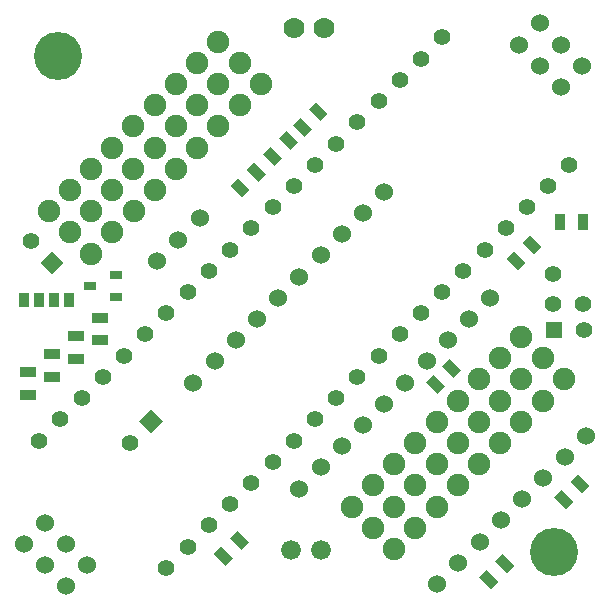
<source format=gts>
G04 (created by PCBNEW (2013-dec-23)-stable) date Thu 03 Jul 2014 07:48:38 AM MDT*
%MOIN*%
G04 Gerber Fmt 3.4, Leading zero omitted, Abs format*
%FSLAX34Y34*%
G01*
G70*
G90*
G04 APERTURE LIST*
%ADD10C,0.00590551*%
%ADD11C,0.055*%
%ADD12C,0.066*%
%ADD13C,0.07*%
%ADD14C,0.06*%
%ADD15R,0.035X0.055*%
%ADD16R,0.055X0.035*%
%ADD17C,0.16*%
%ADD18R,0.0394X0.0315*%
%ADD19R,0.035X0.045*%
%ADD20C,0.075*%
%ADD21R,0.055X0.055*%
G04 APERTURE END LIST*
G54D10*
G54D11*
X32866Y-15738D03*
X31866Y-15738D03*
X31866Y-14738D03*
G54D12*
X24116Y-23918D03*
X23116Y-23918D03*
G54D11*
X28163Y-6850D03*
X27456Y-7557D03*
X26748Y-8264D03*
X26041Y-8971D03*
X25334Y-9678D03*
X24627Y-10385D03*
X23920Y-11092D03*
X23213Y-11799D03*
X22506Y-12506D03*
X21799Y-13214D03*
X21092Y-13921D03*
X20384Y-14628D03*
X19677Y-15335D03*
X18970Y-16042D03*
X18263Y-16749D03*
X17556Y-17456D03*
X16849Y-18163D03*
X16142Y-18870D03*
X15435Y-19578D03*
X14728Y-20285D03*
X18970Y-24527D03*
X19677Y-23820D03*
X20384Y-23113D03*
X21092Y-22406D03*
X21799Y-21699D03*
X22506Y-20992D03*
X23213Y-20285D03*
X23920Y-19578D03*
X24627Y-18870D03*
X25334Y-18163D03*
X26041Y-17456D03*
X26748Y-16749D03*
X27456Y-16042D03*
X28163Y-15335D03*
X28870Y-14628D03*
X29577Y-13921D03*
X30284Y-13214D03*
X30991Y-12506D03*
X31698Y-11799D03*
X32405Y-11092D03*
G54D13*
X24216Y-6538D03*
X23216Y-6538D03*
G54D14*
X18659Y-14296D03*
X19366Y-13588D03*
X20074Y-12881D03*
G54D10*
G36*
X28022Y-18722D02*
X27633Y-18333D01*
X27881Y-18085D01*
X28269Y-18474D01*
X28022Y-18722D01*
X28022Y-18722D01*
G37*
G36*
X28552Y-18192D02*
X28163Y-17803D01*
X28411Y-17555D01*
X28800Y-17944D01*
X28552Y-18192D01*
X28552Y-18192D01*
G37*
G36*
X21331Y-23285D02*
X21720Y-23674D01*
X21472Y-23922D01*
X21083Y-23533D01*
X21331Y-23285D01*
X21331Y-23285D01*
G37*
G36*
X20801Y-23815D02*
X21189Y-24204D01*
X20942Y-24452D01*
X20553Y-24063D01*
X20801Y-23815D01*
X20801Y-23815D01*
G37*
G54D14*
X27998Y-25067D03*
X28705Y-24360D03*
X29412Y-23653D03*
X30119Y-22946D03*
X30826Y-22238D03*
X31534Y-21531D03*
X32241Y-20824D03*
X32948Y-20117D03*
G54D15*
X32091Y-12988D03*
X32841Y-12988D03*
G54D10*
G36*
X30702Y-14612D02*
X30313Y-14223D01*
X30561Y-13975D01*
X30949Y-14364D01*
X30702Y-14612D01*
X30702Y-14612D01*
G37*
G36*
X31232Y-14082D02*
X30843Y-13693D01*
X31091Y-13445D01*
X31480Y-13834D01*
X31232Y-14082D01*
X31232Y-14082D01*
G37*
G36*
X32681Y-21405D02*
X33070Y-21794D01*
X32822Y-22042D01*
X32433Y-21653D01*
X32681Y-21405D01*
X32681Y-21405D01*
G37*
G36*
X32151Y-21935D02*
X32539Y-22324D01*
X32292Y-22572D01*
X31903Y-22183D01*
X32151Y-21935D01*
X32151Y-21935D01*
G37*
G36*
X29792Y-25232D02*
X29403Y-24843D01*
X29651Y-24595D01*
X30039Y-24984D01*
X29792Y-25232D01*
X29792Y-25232D01*
G37*
G36*
X30322Y-24702D02*
X29933Y-24313D01*
X30181Y-24065D01*
X30570Y-24454D01*
X30322Y-24702D01*
X30322Y-24702D01*
G37*
G36*
X23954Y-8996D02*
X24343Y-9385D01*
X24095Y-9633D01*
X23706Y-9244D01*
X23954Y-8996D01*
X23954Y-8996D01*
G37*
G36*
X23424Y-9526D02*
X23813Y-9915D01*
X23565Y-10163D01*
X23176Y-9774D01*
X23424Y-9526D01*
X23424Y-9526D01*
G37*
G36*
X22585Y-11123D02*
X22196Y-10734D01*
X22444Y-10486D01*
X22833Y-10875D01*
X22585Y-11123D01*
X22585Y-11123D01*
G37*
G36*
X23115Y-10593D02*
X22726Y-10204D01*
X22974Y-9956D01*
X23363Y-10345D01*
X23115Y-10593D01*
X23115Y-10593D01*
G37*
G36*
X21894Y-11016D02*
X22283Y-11405D01*
X22035Y-11653D01*
X21646Y-11264D01*
X21894Y-11016D01*
X21894Y-11016D01*
G37*
G36*
X21364Y-11546D02*
X21753Y-11935D01*
X21505Y-12183D01*
X21116Y-11794D01*
X21364Y-11546D01*
X21364Y-11546D01*
G37*
G54D16*
X16760Y-16935D03*
X16760Y-16185D03*
X14366Y-18763D03*
X14366Y-18013D03*
X15166Y-18163D03*
X15166Y-17413D03*
X15966Y-17563D03*
X15966Y-16813D03*
G54D17*
X31889Y-24015D03*
G54D18*
X16437Y-15140D03*
X17303Y-14765D03*
X17303Y-15515D03*
G54D17*
X15354Y-7480D03*
G54D14*
X30706Y-7085D03*
X31413Y-6378D03*
X31413Y-7792D03*
X32120Y-7085D03*
X32120Y-8499D03*
X32827Y-7792D03*
X16327Y-24442D03*
X15620Y-25149D03*
X15620Y-23735D03*
X14913Y-24442D03*
X14913Y-23028D03*
X14206Y-23735D03*
G54D19*
X15716Y-15588D03*
X15216Y-15588D03*
X14716Y-15588D03*
X14216Y-15588D03*
G54D14*
X19867Y-18353D03*
X20574Y-17646D03*
X21281Y-16938D03*
X21988Y-16231D03*
X22695Y-15524D03*
X23402Y-14817D03*
X24109Y-14110D03*
X24816Y-13403D03*
X25524Y-12696D03*
X26231Y-11989D03*
X29766Y-15524D03*
X29059Y-16231D03*
X28352Y-16938D03*
X27645Y-17646D03*
X26938Y-18353D03*
X26231Y-19060D03*
X25524Y-19767D03*
X24816Y-20474D03*
X24109Y-21181D03*
X23402Y-21888D03*
G54D20*
X18579Y-11936D03*
X19286Y-11229D03*
X19994Y-10522D03*
X17872Y-11229D03*
X18579Y-10522D03*
X19286Y-9815D03*
X17165Y-10522D03*
X17872Y-9815D03*
X18579Y-9108D03*
X20699Y-9816D03*
X21406Y-9109D03*
X22114Y-8402D03*
X19992Y-9109D03*
X20699Y-8402D03*
X21406Y-7695D03*
X19285Y-8402D03*
X19992Y-7695D03*
X20699Y-6988D03*
X16459Y-14056D03*
X17166Y-13349D03*
X17874Y-12642D03*
X15752Y-13349D03*
X16459Y-12642D03*
X17166Y-11935D03*
X15045Y-12642D03*
X15752Y-11935D03*
X16459Y-11228D03*
X30804Y-16831D03*
X30096Y-17538D03*
X29389Y-18245D03*
X31511Y-17538D03*
X30804Y-18245D03*
X30096Y-18952D03*
X32218Y-18245D03*
X31511Y-18952D03*
X30804Y-19659D03*
X28684Y-18951D03*
X27976Y-19658D03*
X27269Y-20365D03*
X29391Y-19658D03*
X28684Y-20365D03*
X27976Y-21072D03*
X30098Y-20365D03*
X29391Y-21072D03*
X28684Y-21779D03*
X26564Y-21071D03*
X25856Y-21778D03*
X25149Y-22485D03*
X27271Y-21778D03*
X26564Y-22485D03*
X25856Y-23192D03*
X27978Y-22485D03*
X27271Y-23192D03*
X26564Y-23899D03*
G54D21*
X31900Y-16600D03*
G54D11*
X32900Y-16600D03*
G54D10*
G36*
X18453Y-19257D02*
X18842Y-19646D01*
X18453Y-20035D01*
X18064Y-19646D01*
X18453Y-19257D01*
X18453Y-19257D01*
G37*
G54D11*
X17746Y-20353D03*
G54D10*
G36*
X15542Y-14353D02*
X15153Y-14742D01*
X14764Y-14353D01*
X15153Y-13964D01*
X15542Y-14353D01*
X15542Y-14353D01*
G37*
G54D11*
X14446Y-13646D03*
M02*

</source>
